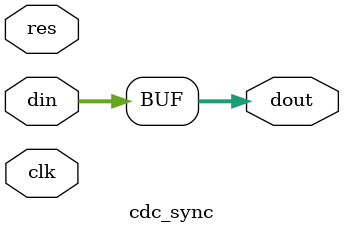
<source format=v>
module cdc_sync
#( parameter SYNC_STAGE = 2'd0,
             WIDTH      = 32'd3)
(  input clk, res,
   input  [WIDTH-1:0] din,
   output [WIDTH-1:0] dout);

generate
//begin: synchronization
   if(SYNC_STAGE==2'd0)
   begin
      assign dout = din;
   end
   else if(SYNC_STAGE==2'd1)
   begin
      reg [WIDTH-1:0] sync_1d;
      always@(posedge clk or negedge res)
      if(!res)
         sync_1d<={(WIDTH){1'b0}};
      else
         sync_1d<=din;

      assign dout = sync_1d;
   end
   else if(SYNC_STAGE==2'd2)
   begin
      reg [WIDTH-1:0] sync_1d, sync_2d;
      always@(posedge clk or negedge res)
      if(!res)
      begin
         sync_1d<={(WIDTH){1'b0}};
         sync_2d<={(WIDTH){1'b0}};
      end
      else
         {sync_2d,sync_1d}<={sync_1d,din};

      assign dout = sync_2d;
   end
   else if(SYNC_STAGE==2'd3)
   begin
      reg [WIDTH-1:0] sync_1d, sync_2d, sync_3d;
      always@(posedge clk or negedge res)
      if(!res)
      begin
         sync_1d<={(WIDTH){1'b0}};
         sync_2d<={(WIDTH){1'b0}};
         sync_3d<={(WIDTH){1'b0}};
      end
      else
         {sync_3d,sync_2d,sync_1d}<={sync_2d,sync_1d,din};

      assign dout = sync_3d;
   end
//end
endgenerate

endmodule

</source>
